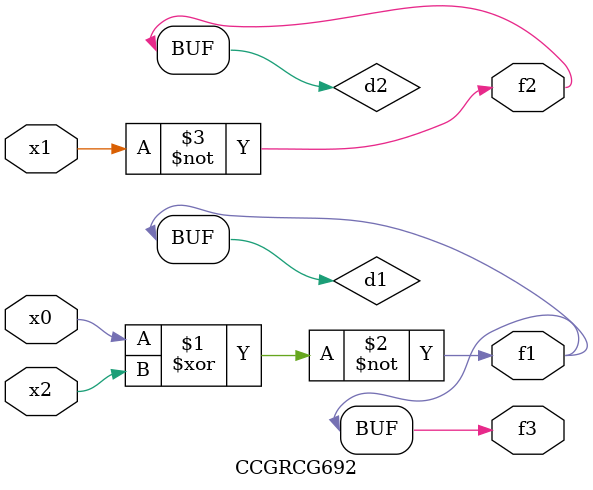
<source format=v>
module CCGRCG692(
	input x0, x1, x2,
	output f1, f2, f3
);

	wire d1, d2, d3;

	xnor (d1, x0, x2);
	nand (d2, x1);
	nor (d3, x1, x2);
	assign f1 = d1;
	assign f2 = d2;
	assign f3 = d1;
endmodule

</source>
